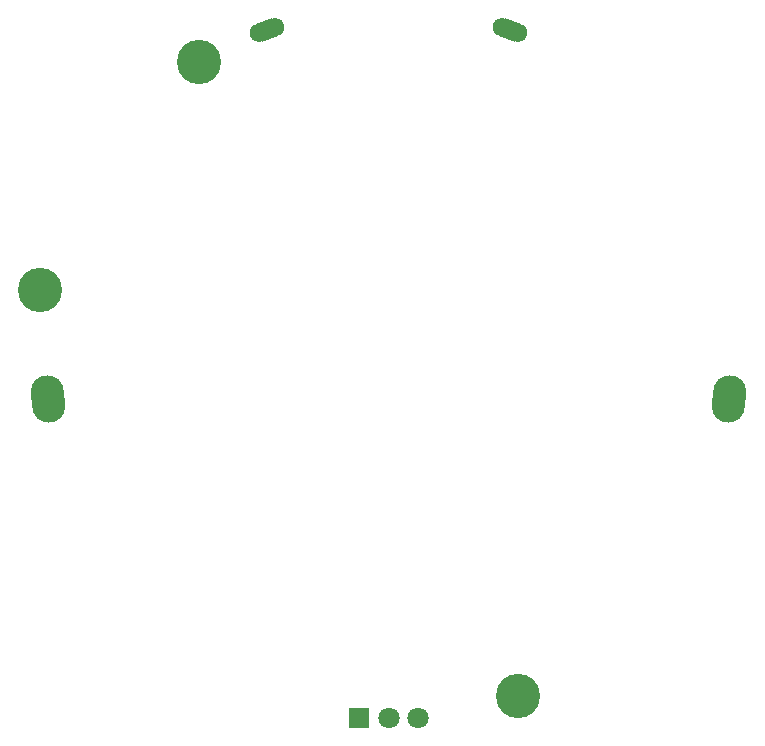
<source format=gtl>
%TF.GenerationSoftware,KiCad,Pcbnew,7.0.5-0*%
%TF.CreationDate,2023-07-29T12:44:27-07:00*%
%TF.ProjectId,ergodonk_simple,6572676f-646f-46e6-9b5f-73696d706c65,rev?*%
%TF.SameCoordinates,Original*%
%TF.FileFunction,Copper,L1,Top*%
%TF.FilePolarity,Positive*%
%FSLAX46Y46*%
G04 Gerber Fmt 4.6, Leading zero omitted, Abs format (unit mm)*
G04 Created by KiCad (PCBNEW 7.0.5-0) date 2023-07-29 12:44:27*
%MOMM*%
%LPD*%
G01*
G04 APERTURE LIST*
G04 Aperture macros list*
%AMHorizOval*
0 Thick line with rounded ends*
0 $1 width*
0 $2 $3 position (X,Y) of the first rounded end (center of the circle)*
0 $4 $5 position (X,Y) of the second rounded end (center of the circle)*
0 Add line between two ends*
20,1,$1,$2,$3,$4,$5,0*
0 Add two circle primitives to create the rounded ends*
1,1,$1,$2,$3*
1,1,$1,$4,$5*%
G04 Aperture macros list end*
%TA.AperFunction,WasherPad*%
%ADD10HorizOval,2.800000X-0.062717X0.596713X0.062717X-0.596713X0*%
%TD*%
%TA.AperFunction,WasherPad*%
%ADD11HorizOval,1.600000X0.657785X0.239414X-0.657785X-0.239414X0*%
%TD*%
%TA.AperFunction,WasherPad*%
%ADD12HorizOval,1.600000X0.657785X-0.239414X-0.657785X0.239414X0*%
%TD*%
%TA.AperFunction,WasherPad*%
%ADD13HorizOval,2.800000X0.062717X0.596713X-0.062717X-0.596713X0*%
%TD*%
%TA.AperFunction,ComponentPad*%
%ADD14C,0.500000*%
%TD*%
%TA.AperFunction,ComponentPad*%
%ADD15C,3.750000*%
%TD*%
%TA.AperFunction,ComponentPad*%
%ADD16R,1.800000X1.800000*%
%TD*%
%TA.AperFunction,ComponentPad*%
%ADD17C,1.800000*%
%TD*%
G04 APERTURE END LIST*
D10*
%TO.P,REF\u002A\u002A,*%
%TO.N,*%
X132258865Y-96921325D03*
D11*
X150839396Y-65699221D03*
D12*
X171360604Y-65699221D03*
D13*
X189941135Y-96921325D03*
D14*
%TO.P,REF\u002A\u002A,1*%
%TO.N,N/C*%
X130112303Y-87646934D03*
X130550709Y-86586274D03*
X130550709Y-88707595D03*
X131611369Y-86147868D03*
D15*
X131611369Y-87646934D03*
D14*
X131611369Y-89146001D03*
X132672029Y-86586274D03*
X132672029Y-88707595D03*
X133110435Y-87646934D03*
X143561474Y-68371204D03*
X143999880Y-67310543D03*
X143999880Y-69431864D03*
X145060540Y-66872137D03*
D15*
X145060540Y-68371204D03*
D14*
X145060540Y-69870270D03*
X146121200Y-67310543D03*
X146121200Y-69431864D03*
X146559606Y-68371204D03*
X170551739Y-122033537D03*
X170990146Y-120972877D03*
X170990146Y-123094197D03*
X172050806Y-120534471D03*
D15*
X172050806Y-122033537D03*
D14*
X172050806Y-123532604D03*
X173111466Y-120972877D03*
X173111466Y-123094197D03*
X173549872Y-122033537D03*
D16*
%TO.P,REF\u002A\u002A,A*%
X158600000Y-123890000D03*
D17*
%TO.P,REF\u002A\u002A,B*%
X163600000Y-123890000D03*
%TO.P,REF\u002A\u002A,C*%
X161100000Y-123890000D03*
%TD*%
M02*

</source>
